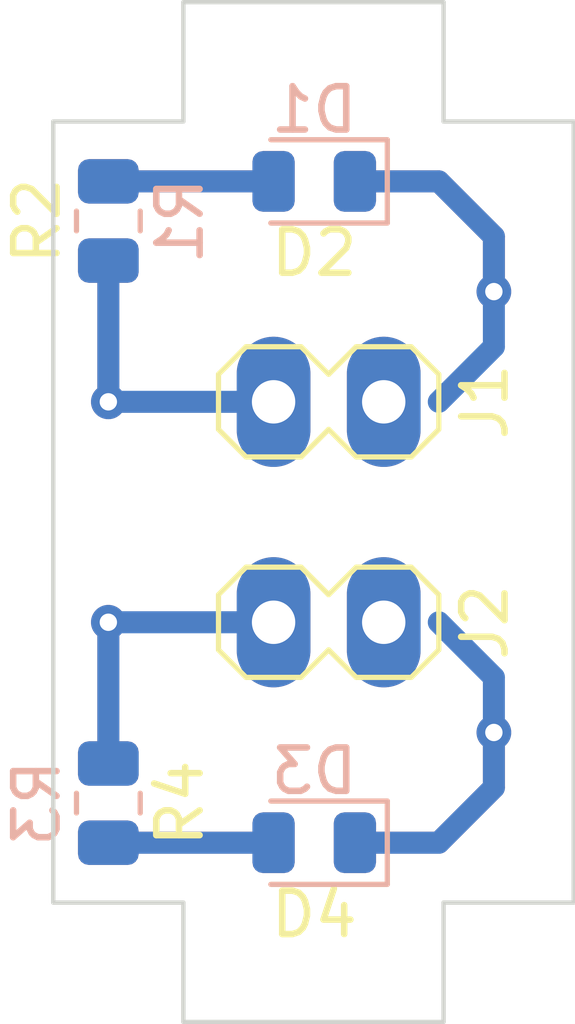
<source format=kicad_pcb>
(kicad_pcb (version 20221018) (generator pcbnew)
  (layers (0 "F.Cu" signal) (31 "B.Cu" signal) (34 "B.Paste" user) (35 "F.Paste" user) (36 "B.SilkS" user "B.Silkscreen") (37 "F.SilkS" user "F.Silkscreen") (38 "B.Mask" user) (39 "F.Mask" user) (44 "Edge.Cuts" user))
  (net 0 "")
  (net 1 "Net-(D1-A)")
  (net 2 "Net-(D2-A)")
  (net 3 "Net-(D3-A)")
  (net 4 "Net-(D4-A)")
  (net 5 "/G1")
  (net 6 "/G2")
  (net 7 "/H1")
  (net 8 "/H2")
  (footprint "Resistor_SMD:R_0805_2012Metric" (layer "F.Cu") (at 118.11 115.9275 -90)
    (fp_text reference "R4" (at 0 -1.65 90) (layer "F.SilkS"))
    (fp_text value "1k")
    (fp_line (start -0.227064 -0.735) (end 0.227064 -0.735) (stroke (width 0.12)) (layer "F.SilkS"))
    (fp_line (start -0.227064 0.735) (end 0.227064 0.735) (stroke (width 0.12)) (layer "F.SilkS"))
    (pad "1" smd roundrect (at -0.9125 0 270) (size 1.025 1.4) (layers "F.Cu" "F.Paste" "F.Mask") (roundrect_rratio 0.243902439) (net 8 "/H2"))
    (pad "2" smd roundrect (at 0.9125 0 270) (size 1.025 1.4) (layers "F.Cu" "F.Paste" "F.Mask") (roundrect_rratio 0.243902439) (net 4 "Net-(D4-A)"))
  )
  (footprint "Headers:PinHeader_1x02_P2.54mm_Vertical_Wide" (layer "F.Cu") (at 124.46 111.76 -90)
    (fp_text reference "J2" (at 0 -2.33 -90) (layer "F.SilkS"))
    (fp_text value "Conn_01x02_Pin")
    (fp_line (start -1.27 -0.635) (end -1.27 0.635) (stroke (width 0.12)) (layer "F.SilkS"))
    (fp_line (start -1.27 0.635) (end -0.635 1.27) (stroke (width 0.12)) (layer "F.SilkS"))
    (fp_line (start -1.27 1.905) (end -1.27 3.175) (stroke (width 0.12)) (layer "F.SilkS"))
    (fp_line (start -1.27 3.175) (end -0.635 3.81) (stroke (width 0.12)) (layer "F.SilkS"))
    (fp_line (start -0.635 -1.27) (end -1.27 -0.635) (stroke (width 0.12)) (layer "F.SilkS"))
    (fp_line (start -0.635 1.27) (end -1.27 1.905) (stroke (width 0.12)) (layer "F.SilkS"))
    (fp_line (start -0.635 3.81) (end 0.635 3.81) (stroke (width 0.12)) (layer "F.SilkS"))
    (fp_line (start 0.635 -1.27) (end -0.635 -1.27) (stroke (width 0.12)) (layer "F.SilkS"))
    (fp_line (start 0.635 1.27) (end 1.27 0.635) (stroke (width 0.12)) (layer "F.SilkS"))
    (fp_line (start 0.635 3.81) (end 1.27 3.175) (stroke (width 0.12)) (layer "F.SilkS"))
    (fp_line (start 1.27 -0.635) (end 0.635 -1.27) (stroke (width 0.12)) (layer "F.SilkS"))
    (fp_line (start 1.27 0.635) (end 1.27 -0.635) (stroke (width 0.12)) (layer "F.SilkS"))
    (fp_line (start 1.27 1.905) (end 0.635 1.27) (stroke (width 0.12)) (layer "F.SilkS"))
    (fp_line (start 1.27 3.175) (end 1.27 1.905) (stroke (width 0.12)) (layer "F.SilkS"))
    (pad "1" thru_hole oval (at 0 0 270) (size 3 1.7) (drill 1) (layers "*.Cu" "*.Mask") (net 6 "/G2"))
    (pad "2" thru_hole oval (at 0 2.54 270) (size 3 1.7) (drill 1) (layers "*.Cu" "*.Mask") (net 8 "/H2"))
  )
  (footprint "LED_SMD:LED_0805_2012Metric" (layer "F.Cu") (at 122.8575 101.6 180)
    (fp_text reference "D2" (at 0 -1.65) (layer "F.SilkS"))
    (fp_text value "LED")
    (fp_line (start -1.685 -0.96) (end -1.685 0.96) (stroke (width 0.12)) (layer "F.SilkS"))
    (fp_line (start -1.685 0.96) (end 1 0.96) (stroke (width 0.12)) (layer "F.SilkS"))
    (fp_line (start 1 -0.96) (end -1.685 -0.96) (stroke (width 0.12)) (layer "F.SilkS"))
    (pad "1" smd roundrect (at -0.9375 0 180) (size 0.975 1.4) (layers "F.Cu" "F.Paste" "F.Mask") (net 5 "/G1"))
    (pad "2" smd roundrect (at 0.9375 0 180) (size 0.975 1.4) (layers "F.Cu" "F.Paste" "F.Mask") (net 2 "Net-(D2-A)"))
  )
  (footprint "Resistor_SMD:R_0805_2012Metric" (layer "F.Cu") (at 118.11 102.5125 90)
    (fp_text reference "R2" (at 0 -1.65 90) (layer "F.SilkS"))
    (fp_text value "1k")
    (fp_line (start -0.227064 -0.735) (end 0.227064 -0.735) (stroke (width 0.12)) (layer "F.SilkS"))
    (fp_line (start -0.227064 0.735) (end 0.227064 0.735) (stroke (width 0.12)) (layer "F.SilkS"))
    (pad "1" smd roundrect (at -0.9125 0 90) (size 1.025 1.4) (layers "F.Cu" "F.Paste" "F.Mask") (roundrect_rratio 0.243902439) (net 7 "/H1"))
    (pad "2" smd roundrect (at 0.9125 0 90) (size 1.025 1.4) (layers "F.Cu" "F.Paste" "F.Mask") (roundrect_rratio 0.243902439) (net 2 "Net-(D2-A)"))
  )
  (footprint "LED_SMD:LED_0805_2012Metric" (layer "F.Cu") (at 122.8575 116.84 180)
    (fp_text reference "D4" (at 0 -1.65) (layer "F.SilkS"))
    (fp_text value "LED")
    (fp_line (start -1.685 -0.96) (end -1.685 0.96) (stroke (width 0.12)) (layer "F.SilkS"))
    (fp_line (start -1.685 0.96) (end 1 0.96) (stroke (width 0.12)) (layer "F.SilkS"))
    (fp_line (start 1 -0.96) (end -1.685 -0.96) (stroke (width 0.12)) (layer "F.SilkS"))
    (pad "1" smd roundrect (at -0.9375 0 180) (size 0.975 1.4) (layers "F.Cu" "F.Paste" "F.Mask") (net 6 "/G2"))
    (pad "2" smd roundrect (at 0.9375 0 180) (size 0.975 1.4) (layers "F.Cu" "F.Paste" "F.Mask") (net 4 "Net-(D4-A)"))
  )
  (footprint "Headers:PinHeader_1x02_P2.54mm_Vertical_Wide" (layer "F.Cu") (at 124.46 106.68 -90)
    (fp_text reference "J1" (at 0 -2.33 -90) (layer "F.SilkS"))
    (fp_text value "Conn_01x02_Pin")
    (fp_line (start -1.27 -0.635) (end -1.27 0.635) (stroke (width 0.12)) (layer "F.SilkS"))
    (fp_line (start -1.27 0.635) (end -0.635 1.27) (stroke (width 0.12)) (layer "F.SilkS"))
    (fp_line (start -1.27 1.905) (end -1.27 3.175) (stroke (width 0.12)) (layer "F.SilkS"))
    (fp_line (start -1.27 3.175) (end -0.635 3.81) (stroke (width 0.12)) (layer "F.SilkS"))
    (fp_line (start -0.635 -1.27) (end -1.27 -0.635) (stroke (width 0.12)) (layer "F.SilkS"))
    (fp_line (start -0.635 1.27) (end -1.27 1.905) (stroke (width 0.12)) (layer "F.SilkS"))
    (fp_line (start -0.635 3.81) (end 0.635 3.81) (stroke (width 0.12)) (layer "F.SilkS"))
    (fp_line (start 0.635 -1.27) (end -0.635 -1.27) (stroke (width 0.12)) (layer "F.SilkS"))
    (fp_line (start 0.635 1.27) (end 1.27 0.635) (stroke (width 0.12)) (layer "F.SilkS"))
    (fp_line (start 0.635 3.81) (end 1.27 3.175) (stroke (width 0.12)) (layer "F.SilkS"))
    (fp_line (start 1.27 -0.635) (end 0.635 -1.27) (stroke (width 0.12)) (layer "F.SilkS"))
    (fp_line (start 1.27 0.635) (end 1.27 -0.635) (stroke (width 0.12)) (layer "F.SilkS"))
    (fp_line (start 1.27 1.905) (end 0.635 1.27) (stroke (width 0.12)) (layer "F.SilkS"))
    (fp_line (start 1.27 3.175) (end 1.27 1.905) (stroke (width 0.12)) (layer "F.SilkS"))
    (pad "1" thru_hole oval (at 0 0 270) (size 3 1.7) (drill 1) (layers "*.Cu" "*.Mask") (net 5 "/G1"))
    (pad "2" thru_hole oval (at 0 2.54 270) (size 3 1.7) (drill 1) (layers "*.Cu" "*.Mask") (net 7 "/H1"))
  )
  (footprint "LED_SMD:LED_0805_2012Metric" (layer "B.Cu") (at 122.8575 101.6 180)
    (fp_text reference "D1" (at 0 1.65) (layer "B.SilkS") (effects (justify mirror)))
    (fp_text value "LED")
    (fp_line (start -1.685 -0.96) (end 1 -0.96) (stroke (width 0.12)) (layer "B.SilkS"))
    (fp_line (start -1.685 0.96) (end -1.685 -0.96) (stroke (width 0.12)) (layer "B.SilkS"))
    (fp_line (start 1 0.96) (end -1.685 0.96) (stroke (width 0.12)) (layer "B.SilkS"))
    (pad "1" smd roundrect (at -0.9375 0 180) (size 0.975 1.4) (layers "B.Cu" "B.Paste" "B.Mask") (net 5 "/G1"))
    (pad "2" smd roundrect (at 0.9375 0 180) (size 0.975 1.4) (layers "B.Cu" "B.Paste" "B.Mask") (net 1 "Net-(D1-A)"))
  )
  (footprint "Resistor_SMD:R_0805_2012Metric" (layer "B.Cu") (at 118.11 102.5125 90)
    (fp_text reference "R1" (at 0 1.65 90) (layer "B.SilkS") (effects (justify mirror)))
    (fp_text value "1k")
    (fp_line (start -0.227064 -0.735) (end 0.227064 -0.735) (stroke (width 0.12)) (layer "B.SilkS"))
    (fp_line (start -0.227064 0.735) (end 0.227064 0.735) (stroke (width 0.12)) (layer "B.SilkS"))
    (pad "1" smd roundrect (at -0.9125 0 90) (size 1.025 1.4) (layers "B.Cu" "B.Paste" "B.Mask") (roundrect_rratio 0.243902439) (net 7 "/H1"))
    (pad "2" smd roundrect (at 0.9125 0 90) (size 1.025 1.4) (layers "B.Cu" "B.Paste" "B.Mask") (roundrect_rratio 0.243902439) (net 1 "Net-(D1-A)"))
  )
  (footprint "LED_SMD:LED_0805_2012Metric" (layer "B.Cu") (at 122.8575 116.84 180)
    (fp_text reference "D3" (at 0 1.65) (layer "B.SilkS") (effects (justify mirror)))
    (fp_text value "LED")
    (fp_line (start -1.685 -0.96) (end 1 -0.96) (stroke (width 0.12)) (layer "B.SilkS"))
    (fp_line (start -1.685 0.96) (end -1.685 -0.96) (stroke (width 0.12)) (layer "B.SilkS"))
    (fp_line (start 1 0.96) (end -1.685 0.96) (stroke (width 0.12)) (layer "B.SilkS"))
    (pad "1" smd roundrect (at -0.9375 0 180) (size 0.975 1.4) (layers "B.Cu" "B.Paste" "B.Mask") (net 6 "/G2"))
    (pad "2" smd roundrect (at 0.9375 0 180) (size 0.975 1.4) (layers "B.Cu" "B.Paste" "B.Mask") (net 3 "Net-(D3-A)"))
  )
  (footprint "Resistor_SMD:R_0805_2012Metric" (layer "B.Cu") (at 118.11 115.9275 -90)
    (fp_text reference "R3" (at 0 1.65 90) (layer "B.SilkS") (effects (justify mirror)))
    (fp_text value "1k")
    (fp_line (start -0.227064 -0.735) (end 0.227064 -0.735) (stroke (width 0.12)) (layer "B.SilkS"))
    (fp_line (start -0.227064 0.735) (end 0.227064 0.735) (stroke (width 0.12)) (layer "B.SilkS"))
    (pad "1" smd roundrect (at -0.9125 0 270) (size 1.025 1.4) (layers "B.Cu" "B.Paste" "B.Mask") (roundrect_rratio 0.243902439) (net 8 "/H2"))
    (pad "2" smd roundrect (at 0.9125 0 270) (size 1.025 1.4) (layers "B.Cu" "B.Paste" "B.Mask") (roundrect_rratio 0.243902439) (net 3 "Net-(D3-A)"))
  )
  (gr_line (start 128.84 118.22) (end 128.84 100.22) (stroke (width 0.1)) (layer "Edge.Cuts"))
  (gr_line (start 116.84 118.22) (end 119.84 118.22) (stroke (width 0.1)) (layer "Edge.Cuts"))
  (gr_line (start 116.84 100.22) (end 116.84 118.22) (stroke (width 0.1)) (layer "Edge.Cuts"))
  (gr_line (start 125.84 120.97) (end 119.84 120.97) (stroke (width 0.1)) (layer "Edge.Cuts"))
  (gr_line (start 119.84 118.22) (end 119.84 120.97) (stroke (width 0.1)) (layer "Edge.Cuts"))
  (gr_line (start 116.84 100.22) (end 119.84 100.22) (stroke (width 0.1)) (layer "Edge.Cuts"))
  (gr_line (start 119.84 100.22) (end 119.84 97.47) (stroke (width 0.1)) (layer "Edge.Cuts"))
  (gr_line (start 128.84 100.22) (end 125.84 100.22) (stroke (width 0.1)) (layer "Edge.Cuts"))
  (gr_line (start 128.84 118.22) (end 125.84 118.22) (stroke (width 0.1)) (layer "Edge.Cuts"))
  (gr_line (start 125.84 100.22) (end 125.84 97.47) (stroke (width 0.1)) (layer "Edge.Cuts"))
  (gr_line (start 125.84 118.22) (end 125.84 120.97) (stroke (width 0.1)) (layer "Edge.Cuts"))
  (gr_line (start 125.84 97.47) (end 119.84 97.47) (stroke (width 0.1)) (layer "Edge.Cuts"))
  (segment (start 118.11 101.6) (end 121.92 101.6) (width 0.508) (layer "B.Cu") (net 1))
  (segment (start 121.92 101.6) (end 118.11 101.6) (width 0.508) (layer "F.Cu") (net 2))
  (segment (start 118.11 116.84) (end 121.92 116.84) (width 0.508) (layer "B.Cu") (net 3))
  (segment (start 121.92 116.84) (end 118.11 116.84) (width 0.508) (layer "F.Cu") (net 4))
  (segment (start 125.73 101.6) (end 123.795 101.6) (width 0.508) (layer "F.Cu") (net 5))
  (segment (start 127 102.87) (end 125.73 101.6) (width 0.508) (layer "F.Cu") (net 5))
  (segment (start 127 104.14) (end 127 102.87) (width 0.508) (layer "F.Cu") (net 5))
  (via (at 127 104.14) (size 0.8) (drill 0.4) (layers "F.Cu" "B.Cu") (net 5))
  (segment (start 125.73 106.68) (end 127 105.41) (width 0.508) (layer "B.Cu") (net 5))
  (segment (start 127 104.14) (end 127 102.87) (width 0.508) (layer "B.Cu") (net 5))
  (segment (start 127 102.87) (end 125.73 101.6) (width 0.508) (layer "B.Cu") (net 5))
  (segment (start 125.73 101.6) (end 123.795 101.6) (width 0.508) (layer "B.Cu") (net 5))
  (segment (start 127 105.41) (end 127 104.14) (width 0.508) (layer "B.Cu") (net 5))
  (segment (start 125.73 116.84) (end 127 115.57) (width 0.508) (layer "F.Cu") (net 6))
  (segment (start 123.795 116.84) (end 125.73 116.84) (width 0.508) (layer "F.Cu") (net 6))
  (segment (start 127 115.57) (end 127 114.3) (width 0.508) (layer "F.Cu") (net 6))
  (via (at 127 114.3) (size 0.8) (drill 0.4) (layers "F.Cu" "B.Cu") (net 6))
  (segment (start 125.73 116.84) (end 123.795 116.84) (width 0.508) (layer "B.Cu") (net 6))
  (segment (start 127 115.57) (end 125.73 116.84) (width 0.508) (layer "B.Cu") (net 6))
  (segment (start 125.73 111.76) (end 127 113.03) (width 0.508) (layer "B.Cu") (net 6))
  (segment (start 127 113.03) (end 127 114.3) (width 0.508) (layer "B.Cu") (net 6))
  (segment (start 127 114.3) (end 127 115.57) (width 0.508) (layer "B.Cu") (net 6))
  (segment (start 118.11 103.425) (end 118.11 106.68) (width 0.508) (layer "F.Cu") (net 7))
  (via (at 118.11 106.68) (size 0.8) (drill 0.4) (layers "F.Cu" "B.Cu") (net 7))
  (segment (start 118.11 106.68) (end 118.11 103.425) (width 0.508) (layer "B.Cu") (net 7))
  (segment (start 121.92 106.68) (end 118.11 106.68) (width 0.508) (layer "B.Cu") (net 7))
  (segment (start 118.11 115.015) (end 118.11 111.76) (width 0.508) (layer "F.Cu") (net 8))
  (via (at 118.11 111.76) (size 0.8) (drill 0.4) (layers "F.Cu" "B.Cu") (net 8))
  (segment (start 121.92 111.76) (end 118.11 111.76) (width 0.508) (layer "B.Cu") (net 8))
  (segment (start 118.11 111.76) (end 118.11 115.015) (width 0.508) (layer "B.Cu") (net 8))
)
</source>
